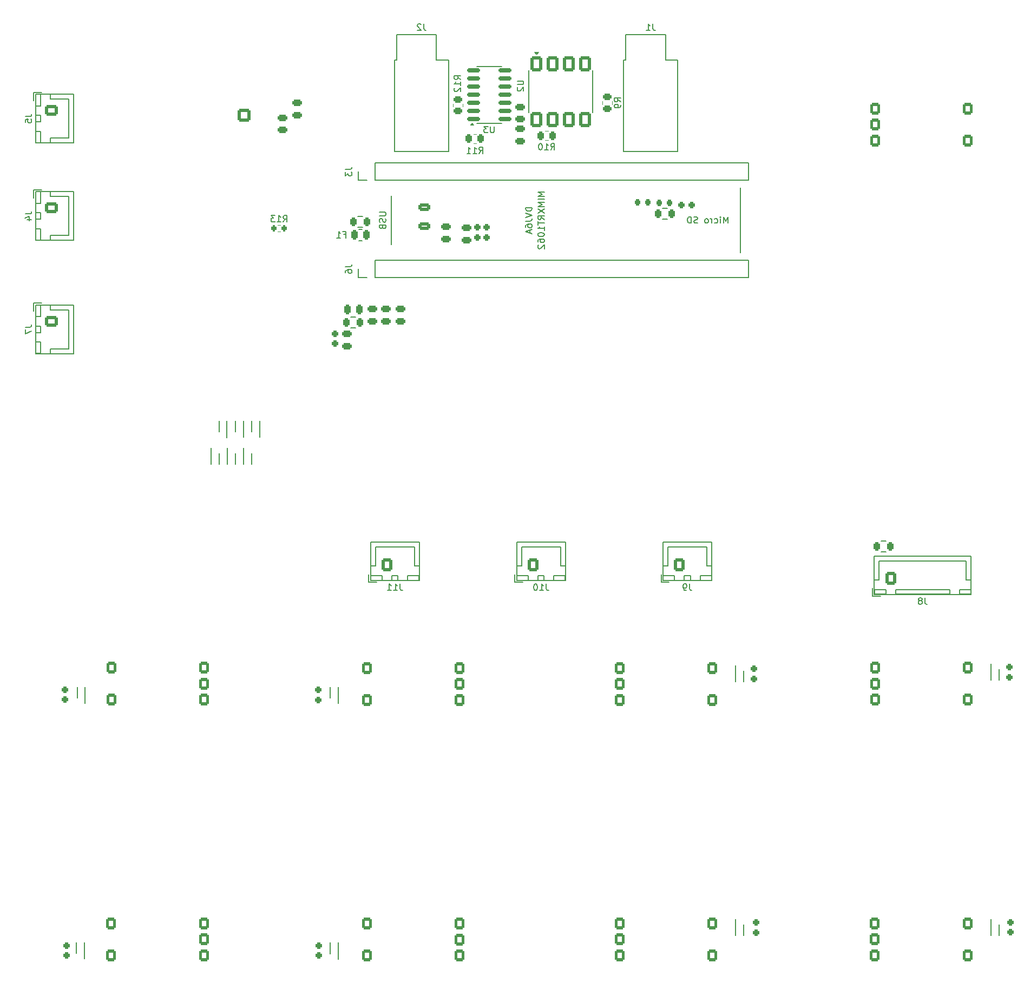
<source format=gbr>
%TF.GenerationSoftware,KiCad,Pcbnew,9.0.3*%
%TF.CreationDate,2025-09-04T08:55:29+02:00*%
%TF.ProjectId,midi_controller,6d696469-5f63-46f6-9e74-726f6c6c6572,rev?*%
%TF.SameCoordinates,Original*%
%TF.FileFunction,Legend,Bot*%
%TF.FilePolarity,Positive*%
%FSLAX46Y46*%
G04 Gerber Fmt 4.6, Leading zero omitted, Abs format (unit mm)*
G04 Created by KiCad (PCBNEW 9.0.3) date 2025-09-04 08:55:29*
%MOMM*%
%LPD*%
G01*
G04 APERTURE LIST*
G04 Aperture macros list*
%AMRoundRect*
0 Rectangle with rounded corners*
0 $1 Rounding radius*
0 $2 $3 $4 $5 $6 $7 $8 $9 X,Y pos of 4 corners*
0 Add a 4 corners polygon primitive as box body*
4,1,4,$2,$3,$4,$5,$6,$7,$8,$9,$2,$3,0*
0 Add four circle primitives for the rounded corners*
1,1,$1+$1,$2,$3*
1,1,$1+$1,$4,$5*
1,1,$1+$1,$6,$7*
1,1,$1+$1,$8,$9*
0 Add four rect primitives between the rounded corners*
20,1,$1+$1,$2,$3,$4,$5,0*
20,1,$1+$1,$4,$5,$6,$7,0*
20,1,$1+$1,$6,$7,$8,$9,0*
20,1,$1+$1,$8,$9,$2,$3,0*%
G04 Aperture macros list end*
%ADD10C,0.160000*%
%ADD11C,0.200000*%
%ADD12C,0.120000*%
%ADD13RoundRect,0.250000X-0.750000X0.750000X-0.750000X-0.750000X0.750000X-0.750000X0.750000X0.750000X0*%
%ADD14C,2.000000*%
%ADD15RoundRect,0.225000X0.525000X-0.675000X0.525000X0.675000X-0.525000X0.675000X-0.525000X-0.675000X0*%
%ADD16RoundRect,0.225000X-0.525000X0.675000X-0.525000X-0.675000X0.525000X-0.675000X0.525000X0.675000X0*%
%ADD17R,0.500000X1.100000*%
%ADD18RoundRect,0.250000X-0.600000X-0.725000X0.600000X-0.725000X0.600000X0.725000X-0.600000X0.725000X0*%
%ADD19O,1.700000X1.950000*%
%ADD20RoundRect,0.269000X-0.494000X0.269000X-0.494000X-0.269000X0.494000X-0.269000X0.494000X0.269000X0*%
%ADD21RoundRect,0.250000X0.262500X0.450000X-0.262500X0.450000X-0.262500X-0.450000X0.262500X-0.450000X0*%
%ADD22RoundRect,0.250000X-0.250000X-0.450000X0.250000X-0.450000X0.250000X0.450000X-0.250000X0.450000X0*%
%ADD23RoundRect,0.269000X0.269000X0.494000X-0.269000X0.494000X-0.269000X-0.494000X0.269000X-0.494000X0*%
%ADD24RoundRect,0.250000X-0.600000X-0.750000X0.600000X-0.750000X0.600000X0.750000X-0.600000X0.750000X0*%
%ADD25O,1.700000X2.000000*%
%ADD26RoundRect,0.269000X0.494000X-0.269000X0.494000X0.269000X-0.494000X0.269000X-0.494000X-0.269000X0*%
%ADD27RoundRect,0.250000X0.250000X0.450000X-0.250000X0.450000X-0.250000X-0.450000X0.250000X-0.450000X0*%
%ADD28RoundRect,0.244000X-0.269000X0.244000X-0.269000X-0.244000X0.269000X-0.244000X0.269000X0.244000X0*%
%ADD29RoundRect,0.244000X0.269000X-0.244000X0.269000X0.244000X-0.269000X0.244000X-0.269000X-0.244000X0*%
%ADD30RoundRect,0.219000X-0.219000X-0.294000X0.219000X-0.294000X0.219000X0.294000X-0.219000X0.294000X0*%
%ADD31RoundRect,0.250000X-0.750000X0.600000X-0.750000X-0.600000X0.750000X-0.600000X0.750000X0.600000X0*%
%ADD32O,2.000000X1.700000*%
%ADD33RoundRect,0.150000X-0.825000X-0.150000X0.825000X-0.150000X0.825000X0.150000X-0.825000X0.150000X0*%
%ADD34RoundRect,0.250000X-0.675000X0.900000X-0.675000X-0.900000X0.675000X-0.900000X0.675000X0.900000X0*%
%ADD35R,1.700000X1.700000*%
%ADD36C,1.700000*%
%ADD37RoundRect,0.266521X0.671479X-0.346479X0.671479X0.346479X-0.671479X0.346479X-0.671479X-0.346479X0*%
%ADD38O,2.900000X1.800000*%
%ADD39RoundRect,0.219000X0.219000X0.294000X-0.219000X0.294000X-0.219000X-0.294000X0.219000X-0.294000X0*%
%ADD40RoundRect,0.275000X0.275000X0.500000X-0.275000X0.500000X-0.275000X-0.500000X0.275000X-0.500000X0*%
%ADD41RoundRect,0.250000X0.450000X-0.262500X0.450000X0.262500X-0.450000X0.262500X-0.450000X-0.262500X0*%
%ADD42RoundRect,0.244000X-0.244000X-0.269000X0.244000X-0.269000X0.244000X0.269000X-0.244000X0.269000X0*%
%ADD43RoundRect,0.200000X0.200000X0.275000X-0.200000X0.275000X-0.200000X-0.275000X0.200000X-0.275000X0*%
G04 APERTURE END LIST*
D10*
X220297337Y-166556384D02*
X220297337Y-167270669D01*
X220297337Y-167270669D02*
X220344956Y-167413526D01*
X220344956Y-167413526D02*
X220440194Y-167508765D01*
X220440194Y-167508765D02*
X220583051Y-167556384D01*
X220583051Y-167556384D02*
X220678289Y-167556384D01*
X219678289Y-166984955D02*
X219773527Y-166937336D01*
X219773527Y-166937336D02*
X219821146Y-166889717D01*
X219821146Y-166889717D02*
X219868765Y-166794479D01*
X219868765Y-166794479D02*
X219868765Y-166746860D01*
X219868765Y-166746860D02*
X219821146Y-166651622D01*
X219821146Y-166651622D02*
X219773527Y-166604003D01*
X219773527Y-166604003D02*
X219678289Y-166556384D01*
X219678289Y-166556384D02*
X219487813Y-166556384D01*
X219487813Y-166556384D02*
X219392575Y-166604003D01*
X219392575Y-166604003D02*
X219344956Y-166651622D01*
X219344956Y-166651622D02*
X219297337Y-166746860D01*
X219297337Y-166746860D02*
X219297337Y-166794479D01*
X219297337Y-166794479D02*
X219344956Y-166889717D01*
X219344956Y-166889717D02*
X219392575Y-166937336D01*
X219392575Y-166937336D02*
X219487813Y-166984955D01*
X219487813Y-166984955D02*
X219678289Y-166984955D01*
X219678289Y-166984955D02*
X219773527Y-167032574D01*
X219773527Y-167032574D02*
X219821146Y-167080193D01*
X219821146Y-167080193D02*
X219868765Y-167175431D01*
X219868765Y-167175431D02*
X219868765Y-167365907D01*
X219868765Y-167365907D02*
X219821146Y-167461145D01*
X219821146Y-167461145D02*
X219773527Y-167508765D01*
X219773527Y-167508765D02*
X219678289Y-167556384D01*
X219678289Y-167556384D02*
X219487813Y-167556384D01*
X219487813Y-167556384D02*
X219392575Y-167508765D01*
X219392575Y-167508765D02*
X219344956Y-167461145D01*
X219344956Y-167461145D02*
X219297337Y-167365907D01*
X219297337Y-167365907D02*
X219297337Y-167175431D01*
X219297337Y-167175431D02*
X219344956Y-167080193D01*
X219344956Y-167080193D02*
X219392575Y-167032574D01*
X219392575Y-167032574D02*
X219487813Y-166984955D01*
X134996822Y-106202200D02*
X135806345Y-106202200D01*
X135806345Y-106202200D02*
X135901583Y-106249819D01*
X135901583Y-106249819D02*
X135949203Y-106297438D01*
X135949203Y-106297438D02*
X135996822Y-106392676D01*
X135996822Y-106392676D02*
X135996822Y-106583152D01*
X135996822Y-106583152D02*
X135949203Y-106678390D01*
X135949203Y-106678390D02*
X135901583Y-106726009D01*
X135901583Y-106726009D02*
X135806345Y-106773628D01*
X135806345Y-106773628D02*
X134996822Y-106773628D01*
X135949203Y-107202200D02*
X135996822Y-107345057D01*
X135996822Y-107345057D02*
X135996822Y-107583152D01*
X135996822Y-107583152D02*
X135949203Y-107678390D01*
X135949203Y-107678390D02*
X135901583Y-107726009D01*
X135901583Y-107726009D02*
X135806345Y-107773628D01*
X135806345Y-107773628D02*
X135711107Y-107773628D01*
X135711107Y-107773628D02*
X135615869Y-107726009D01*
X135615869Y-107726009D02*
X135568250Y-107678390D01*
X135568250Y-107678390D02*
X135520631Y-107583152D01*
X135520631Y-107583152D02*
X135473012Y-107392676D01*
X135473012Y-107392676D02*
X135425393Y-107297438D01*
X135425393Y-107297438D02*
X135377774Y-107249819D01*
X135377774Y-107249819D02*
X135282536Y-107202200D01*
X135282536Y-107202200D02*
X135187298Y-107202200D01*
X135187298Y-107202200D02*
X135092060Y-107249819D01*
X135092060Y-107249819D02*
X135044441Y-107297438D01*
X135044441Y-107297438D02*
X134996822Y-107392676D01*
X134996822Y-107392676D02*
X134996822Y-107630771D01*
X134996822Y-107630771D02*
X135044441Y-107773628D01*
X135473012Y-108535533D02*
X135520631Y-108678390D01*
X135520631Y-108678390D02*
X135568250Y-108726009D01*
X135568250Y-108726009D02*
X135663488Y-108773628D01*
X135663488Y-108773628D02*
X135806345Y-108773628D01*
X135806345Y-108773628D02*
X135901583Y-108726009D01*
X135901583Y-108726009D02*
X135949203Y-108678390D01*
X135949203Y-108678390D02*
X135996822Y-108583152D01*
X135996822Y-108583152D02*
X135996822Y-108202200D01*
X135996822Y-108202200D02*
X134996822Y-108202200D01*
X134996822Y-108202200D02*
X134996822Y-108535533D01*
X134996822Y-108535533D02*
X135044441Y-108630771D01*
X135044441Y-108630771D02*
X135092060Y-108678390D01*
X135092060Y-108678390D02*
X135187298Y-108726009D01*
X135187298Y-108726009D02*
X135282536Y-108726009D01*
X135282536Y-108726009D02*
X135377774Y-108678390D01*
X135377774Y-108678390D02*
X135425393Y-108630771D01*
X135425393Y-108630771D02*
X135473012Y-108535533D01*
X135473012Y-108535533D02*
X135473012Y-108202200D01*
X160766822Y-103059343D02*
X159766822Y-103059343D01*
X159766822Y-103059343D02*
X160481107Y-103392676D01*
X160481107Y-103392676D02*
X159766822Y-103726009D01*
X159766822Y-103726009D02*
X160766822Y-103726009D01*
X160766822Y-104202200D02*
X159766822Y-104202200D01*
X160766822Y-104678390D02*
X159766822Y-104678390D01*
X159766822Y-104678390D02*
X160481107Y-105011723D01*
X160481107Y-105011723D02*
X159766822Y-105345056D01*
X159766822Y-105345056D02*
X160766822Y-105345056D01*
X159766822Y-105726009D02*
X160766822Y-106392675D01*
X159766822Y-106392675D02*
X160766822Y-105726009D01*
X160766822Y-107345056D02*
X160290631Y-107011723D01*
X160766822Y-106773628D02*
X159766822Y-106773628D01*
X159766822Y-106773628D02*
X159766822Y-107154580D01*
X159766822Y-107154580D02*
X159814441Y-107249818D01*
X159814441Y-107249818D02*
X159862060Y-107297437D01*
X159862060Y-107297437D02*
X159957298Y-107345056D01*
X159957298Y-107345056D02*
X160100155Y-107345056D01*
X160100155Y-107345056D02*
X160195393Y-107297437D01*
X160195393Y-107297437D02*
X160243012Y-107249818D01*
X160243012Y-107249818D02*
X160290631Y-107154580D01*
X160290631Y-107154580D02*
X160290631Y-106773628D01*
X159766822Y-107630771D02*
X159766822Y-108202199D01*
X160766822Y-107916485D02*
X159766822Y-107916485D01*
X160766822Y-109059342D02*
X160766822Y-108487914D01*
X160766822Y-108773628D02*
X159766822Y-108773628D01*
X159766822Y-108773628D02*
X159909679Y-108678390D01*
X159909679Y-108678390D02*
X160004917Y-108583152D01*
X160004917Y-108583152D02*
X160052536Y-108487914D01*
X159766822Y-109678390D02*
X159766822Y-109773628D01*
X159766822Y-109773628D02*
X159814441Y-109868866D01*
X159814441Y-109868866D02*
X159862060Y-109916485D01*
X159862060Y-109916485D02*
X159957298Y-109964104D01*
X159957298Y-109964104D02*
X160147774Y-110011723D01*
X160147774Y-110011723D02*
X160385869Y-110011723D01*
X160385869Y-110011723D02*
X160576345Y-109964104D01*
X160576345Y-109964104D02*
X160671583Y-109916485D01*
X160671583Y-109916485D02*
X160719203Y-109868866D01*
X160719203Y-109868866D02*
X160766822Y-109773628D01*
X160766822Y-109773628D02*
X160766822Y-109678390D01*
X160766822Y-109678390D02*
X160719203Y-109583152D01*
X160719203Y-109583152D02*
X160671583Y-109535533D01*
X160671583Y-109535533D02*
X160576345Y-109487914D01*
X160576345Y-109487914D02*
X160385869Y-109440295D01*
X160385869Y-109440295D02*
X160147774Y-109440295D01*
X160147774Y-109440295D02*
X159957298Y-109487914D01*
X159957298Y-109487914D02*
X159862060Y-109535533D01*
X159862060Y-109535533D02*
X159814441Y-109583152D01*
X159814441Y-109583152D02*
X159766822Y-109678390D01*
X159766822Y-110868866D02*
X159766822Y-110678390D01*
X159766822Y-110678390D02*
X159814441Y-110583152D01*
X159814441Y-110583152D02*
X159862060Y-110535533D01*
X159862060Y-110535533D02*
X160004917Y-110440295D01*
X160004917Y-110440295D02*
X160195393Y-110392676D01*
X160195393Y-110392676D02*
X160576345Y-110392676D01*
X160576345Y-110392676D02*
X160671583Y-110440295D01*
X160671583Y-110440295D02*
X160719203Y-110487914D01*
X160719203Y-110487914D02*
X160766822Y-110583152D01*
X160766822Y-110583152D02*
X160766822Y-110773628D01*
X160766822Y-110773628D02*
X160719203Y-110868866D01*
X160719203Y-110868866D02*
X160671583Y-110916485D01*
X160671583Y-110916485D02*
X160576345Y-110964104D01*
X160576345Y-110964104D02*
X160338250Y-110964104D01*
X160338250Y-110964104D02*
X160243012Y-110916485D01*
X160243012Y-110916485D02*
X160195393Y-110868866D01*
X160195393Y-110868866D02*
X160147774Y-110773628D01*
X160147774Y-110773628D02*
X160147774Y-110583152D01*
X160147774Y-110583152D02*
X160195393Y-110487914D01*
X160195393Y-110487914D02*
X160243012Y-110440295D01*
X160243012Y-110440295D02*
X160338250Y-110392676D01*
X159862060Y-111345057D02*
X159814441Y-111392676D01*
X159814441Y-111392676D02*
X159766822Y-111487914D01*
X159766822Y-111487914D02*
X159766822Y-111726009D01*
X159766822Y-111726009D02*
X159814441Y-111821247D01*
X159814441Y-111821247D02*
X159862060Y-111868866D01*
X159862060Y-111868866D02*
X159957298Y-111916485D01*
X159957298Y-111916485D02*
X160052536Y-111916485D01*
X160052536Y-111916485D02*
X160195393Y-111868866D01*
X160195393Y-111868866D02*
X160766822Y-111297438D01*
X160766822Y-111297438D02*
X160766822Y-111916485D01*
X158836822Y-105487914D02*
X157836822Y-105487914D01*
X157836822Y-105487914D02*
X157836822Y-105726009D01*
X157836822Y-105726009D02*
X157884441Y-105868866D01*
X157884441Y-105868866D02*
X157979679Y-105964104D01*
X157979679Y-105964104D02*
X158074917Y-106011723D01*
X158074917Y-106011723D02*
X158265393Y-106059342D01*
X158265393Y-106059342D02*
X158408250Y-106059342D01*
X158408250Y-106059342D02*
X158598726Y-106011723D01*
X158598726Y-106011723D02*
X158693964Y-105964104D01*
X158693964Y-105964104D02*
X158789203Y-105868866D01*
X158789203Y-105868866D02*
X158836822Y-105726009D01*
X158836822Y-105726009D02*
X158836822Y-105487914D01*
X157836822Y-106345057D02*
X158836822Y-106678390D01*
X158836822Y-106678390D02*
X157836822Y-107011723D01*
X157836822Y-107630771D02*
X158551107Y-107630771D01*
X158551107Y-107630771D02*
X158693964Y-107583152D01*
X158693964Y-107583152D02*
X158789203Y-107487914D01*
X158789203Y-107487914D02*
X158836822Y-107345057D01*
X158836822Y-107345057D02*
X158836822Y-107249819D01*
X157836822Y-108535533D02*
X157836822Y-108345057D01*
X157836822Y-108345057D02*
X157884441Y-108249819D01*
X157884441Y-108249819D02*
X157932060Y-108202200D01*
X157932060Y-108202200D02*
X158074917Y-108106962D01*
X158074917Y-108106962D02*
X158265393Y-108059343D01*
X158265393Y-108059343D02*
X158646345Y-108059343D01*
X158646345Y-108059343D02*
X158741583Y-108106962D01*
X158741583Y-108106962D02*
X158789203Y-108154581D01*
X158789203Y-108154581D02*
X158836822Y-108249819D01*
X158836822Y-108249819D02*
X158836822Y-108440295D01*
X158836822Y-108440295D02*
X158789203Y-108535533D01*
X158789203Y-108535533D02*
X158741583Y-108583152D01*
X158741583Y-108583152D02*
X158646345Y-108630771D01*
X158646345Y-108630771D02*
X158408250Y-108630771D01*
X158408250Y-108630771D02*
X158313012Y-108583152D01*
X158313012Y-108583152D02*
X158265393Y-108535533D01*
X158265393Y-108535533D02*
X158217774Y-108440295D01*
X158217774Y-108440295D02*
X158217774Y-108249819D01*
X158217774Y-108249819D02*
X158265393Y-108154581D01*
X158265393Y-108154581D02*
X158313012Y-108106962D01*
X158313012Y-108106962D02*
X158408250Y-108059343D01*
X158551107Y-109011724D02*
X158551107Y-109487914D01*
X158836822Y-108916486D02*
X157836822Y-109249819D01*
X157836822Y-109249819D02*
X158836822Y-109583152D01*
X189461570Y-107918404D02*
X189461570Y-106918404D01*
X189461570Y-106918404D02*
X189128237Y-107632689D01*
X189128237Y-107632689D02*
X188794904Y-106918404D01*
X188794904Y-106918404D02*
X188794904Y-107918404D01*
X188318713Y-107918404D02*
X188318713Y-107251737D01*
X188318713Y-106918404D02*
X188366332Y-106966023D01*
X188366332Y-106966023D02*
X188318713Y-107013642D01*
X188318713Y-107013642D02*
X188271094Y-106966023D01*
X188271094Y-106966023D02*
X188318713Y-106918404D01*
X188318713Y-106918404D02*
X188318713Y-107013642D01*
X187413952Y-107870785D02*
X187509190Y-107918404D01*
X187509190Y-107918404D02*
X187699666Y-107918404D01*
X187699666Y-107918404D02*
X187794904Y-107870785D01*
X187794904Y-107870785D02*
X187842523Y-107823165D01*
X187842523Y-107823165D02*
X187890142Y-107727927D01*
X187890142Y-107727927D02*
X187890142Y-107442213D01*
X187890142Y-107442213D02*
X187842523Y-107346975D01*
X187842523Y-107346975D02*
X187794904Y-107299356D01*
X187794904Y-107299356D02*
X187699666Y-107251737D01*
X187699666Y-107251737D02*
X187509190Y-107251737D01*
X187509190Y-107251737D02*
X187413952Y-107299356D01*
X186985380Y-107918404D02*
X186985380Y-107251737D01*
X186985380Y-107442213D02*
X186937761Y-107346975D01*
X186937761Y-107346975D02*
X186890142Y-107299356D01*
X186890142Y-107299356D02*
X186794904Y-107251737D01*
X186794904Y-107251737D02*
X186699666Y-107251737D01*
X186223475Y-107918404D02*
X186318713Y-107870785D01*
X186318713Y-107870785D02*
X186366332Y-107823165D01*
X186366332Y-107823165D02*
X186413951Y-107727927D01*
X186413951Y-107727927D02*
X186413951Y-107442213D01*
X186413951Y-107442213D02*
X186366332Y-107346975D01*
X186366332Y-107346975D02*
X186318713Y-107299356D01*
X186318713Y-107299356D02*
X186223475Y-107251737D01*
X186223475Y-107251737D02*
X186080618Y-107251737D01*
X186080618Y-107251737D02*
X185985380Y-107299356D01*
X185985380Y-107299356D02*
X185937761Y-107346975D01*
X185937761Y-107346975D02*
X185890142Y-107442213D01*
X185890142Y-107442213D02*
X185890142Y-107727927D01*
X185890142Y-107727927D02*
X185937761Y-107823165D01*
X185937761Y-107823165D02*
X185985380Y-107870785D01*
X185985380Y-107870785D02*
X186080618Y-107918404D01*
X186080618Y-107918404D02*
X186223475Y-107918404D01*
X184747284Y-107870785D02*
X184604427Y-107918404D01*
X184604427Y-107918404D02*
X184366332Y-107918404D01*
X184366332Y-107918404D02*
X184271094Y-107870785D01*
X184271094Y-107870785D02*
X184223475Y-107823165D01*
X184223475Y-107823165D02*
X184175856Y-107727927D01*
X184175856Y-107727927D02*
X184175856Y-107632689D01*
X184175856Y-107632689D02*
X184223475Y-107537451D01*
X184223475Y-107537451D02*
X184271094Y-107489832D01*
X184271094Y-107489832D02*
X184366332Y-107442213D01*
X184366332Y-107442213D02*
X184556808Y-107394594D01*
X184556808Y-107394594D02*
X184652046Y-107346975D01*
X184652046Y-107346975D02*
X184699665Y-107299356D01*
X184699665Y-107299356D02*
X184747284Y-107204118D01*
X184747284Y-107204118D02*
X184747284Y-107108880D01*
X184747284Y-107108880D02*
X184699665Y-107013642D01*
X184699665Y-107013642D02*
X184652046Y-106966023D01*
X184652046Y-106966023D02*
X184556808Y-106918404D01*
X184556808Y-106918404D02*
X184318713Y-106918404D01*
X184318713Y-106918404D02*
X184175856Y-106966023D01*
X183747284Y-107918404D02*
X183747284Y-106918404D01*
X183747284Y-106918404D02*
X183509189Y-106918404D01*
X183509189Y-106918404D02*
X183366332Y-106966023D01*
X183366332Y-106966023D02*
X183271094Y-107061261D01*
X183271094Y-107061261D02*
X183223475Y-107156499D01*
X183223475Y-107156499D02*
X183175856Y-107346975D01*
X183175856Y-107346975D02*
X183175856Y-107489832D01*
X183175856Y-107489832D02*
X183223475Y-107680308D01*
X183223475Y-107680308D02*
X183271094Y-107775546D01*
X183271094Y-107775546D02*
X183366332Y-107870785D01*
X183366332Y-107870785D02*
X183509189Y-107918404D01*
X183509189Y-107918404D02*
X183747284Y-107918404D01*
X161778204Y-96462065D02*
X162111537Y-95985874D01*
X162349632Y-96462065D02*
X162349632Y-95462065D01*
X162349632Y-95462065D02*
X161968680Y-95462065D01*
X161968680Y-95462065D02*
X161873442Y-95509684D01*
X161873442Y-95509684D02*
X161825823Y-95557303D01*
X161825823Y-95557303D02*
X161778204Y-95652541D01*
X161778204Y-95652541D02*
X161778204Y-95795398D01*
X161778204Y-95795398D02*
X161825823Y-95890636D01*
X161825823Y-95890636D02*
X161873442Y-95938255D01*
X161873442Y-95938255D02*
X161968680Y-95985874D01*
X161968680Y-95985874D02*
X162349632Y-95985874D01*
X160825823Y-96462065D02*
X161397251Y-96462065D01*
X161111537Y-96462065D02*
X161111537Y-95462065D01*
X161111537Y-95462065D02*
X161206775Y-95604922D01*
X161206775Y-95604922D02*
X161302013Y-95700160D01*
X161302013Y-95700160D02*
X161397251Y-95747779D01*
X160206775Y-95462065D02*
X160111537Y-95462065D01*
X160111537Y-95462065D02*
X160016299Y-95509684D01*
X160016299Y-95509684D02*
X159968680Y-95557303D01*
X159968680Y-95557303D02*
X159921061Y-95652541D01*
X159921061Y-95652541D02*
X159873442Y-95843017D01*
X159873442Y-95843017D02*
X159873442Y-96081112D01*
X159873442Y-96081112D02*
X159921061Y-96271588D01*
X159921061Y-96271588D02*
X159968680Y-96366826D01*
X159968680Y-96366826D02*
X160016299Y-96414446D01*
X160016299Y-96414446D02*
X160111537Y-96462065D01*
X160111537Y-96462065D02*
X160206775Y-96462065D01*
X160206775Y-96462065D02*
X160302013Y-96414446D01*
X160302013Y-96414446D02*
X160349632Y-96366826D01*
X160349632Y-96366826D02*
X160397251Y-96271588D01*
X160397251Y-96271588D02*
X160444870Y-96081112D01*
X160444870Y-96081112D02*
X160444870Y-95843017D01*
X160444870Y-95843017D02*
X160397251Y-95652541D01*
X160397251Y-95652541D02*
X160349632Y-95557303D01*
X160349632Y-95557303D02*
X160302013Y-95509684D01*
X160302013Y-95509684D02*
X160206775Y-95462065D01*
X161063527Y-164396384D02*
X161063527Y-165110669D01*
X161063527Y-165110669D02*
X161111146Y-165253526D01*
X161111146Y-165253526D02*
X161206384Y-165348765D01*
X161206384Y-165348765D02*
X161349241Y-165396384D01*
X161349241Y-165396384D02*
X161444479Y-165396384D01*
X160063527Y-165396384D02*
X160634955Y-165396384D01*
X160349241Y-165396384D02*
X160349241Y-164396384D01*
X160349241Y-164396384D02*
X160444479Y-164539241D01*
X160444479Y-164539241D02*
X160539717Y-164634479D01*
X160539717Y-164634479D02*
X160634955Y-164682098D01*
X159444479Y-164396384D02*
X159349241Y-164396384D01*
X159349241Y-164396384D02*
X159254003Y-164444003D01*
X159254003Y-164444003D02*
X159206384Y-164491622D01*
X159206384Y-164491622D02*
X159158765Y-164586860D01*
X159158765Y-164586860D02*
X159111146Y-164777336D01*
X159111146Y-164777336D02*
X159111146Y-165015431D01*
X159111146Y-165015431D02*
X159158765Y-165205907D01*
X159158765Y-165205907D02*
X159206384Y-165301145D01*
X159206384Y-165301145D02*
X159254003Y-165348765D01*
X159254003Y-165348765D02*
X159349241Y-165396384D01*
X159349241Y-165396384D02*
X159444479Y-165396384D01*
X159444479Y-165396384D02*
X159539717Y-165348765D01*
X159539717Y-165348765D02*
X159587336Y-165301145D01*
X159587336Y-165301145D02*
X159634955Y-165205907D01*
X159634955Y-165205907D02*
X159682574Y-165015431D01*
X159682574Y-165015431D02*
X159682574Y-164777336D01*
X159682574Y-164777336D02*
X159634955Y-164586860D01*
X159634955Y-164586860D02*
X159587336Y-164491622D01*
X159587336Y-164491622D02*
X159539717Y-164444003D01*
X159539717Y-164444003D02*
X159444479Y-164396384D01*
X79569345Y-106468751D02*
X80283630Y-106468751D01*
X80283630Y-106468751D02*
X80426487Y-106421132D01*
X80426487Y-106421132D02*
X80521726Y-106325894D01*
X80521726Y-106325894D02*
X80569345Y-106183037D01*
X80569345Y-106183037D02*
X80569345Y-106087799D01*
X79902678Y-107373513D02*
X80569345Y-107373513D01*
X79521726Y-107135418D02*
X80236011Y-106897323D01*
X80236011Y-106897323D02*
X80236011Y-107516370D01*
X152917251Y-92778298D02*
X152917251Y-93587821D01*
X152917251Y-93587821D02*
X152869632Y-93683059D01*
X152869632Y-93683059D02*
X152822013Y-93730679D01*
X152822013Y-93730679D02*
X152726775Y-93778298D01*
X152726775Y-93778298D02*
X152536299Y-93778298D01*
X152536299Y-93778298D02*
X152441061Y-93730679D01*
X152441061Y-93730679D02*
X152393442Y-93683059D01*
X152393442Y-93683059D02*
X152345823Y-93587821D01*
X152345823Y-93587821D02*
X152345823Y-92778298D01*
X151964870Y-92778298D02*
X151345823Y-92778298D01*
X151345823Y-92778298D02*
X151679156Y-93159250D01*
X151679156Y-93159250D02*
X151536299Y-93159250D01*
X151536299Y-93159250D02*
X151441061Y-93206869D01*
X151441061Y-93206869D02*
X151393442Y-93254488D01*
X151393442Y-93254488D02*
X151345823Y-93349726D01*
X151345823Y-93349726D02*
X151345823Y-93587821D01*
X151345823Y-93587821D02*
X151393442Y-93683059D01*
X151393442Y-93683059D02*
X151441061Y-93730679D01*
X151441061Y-93730679D02*
X151536299Y-93778298D01*
X151536299Y-93778298D02*
X151822013Y-93778298D01*
X151822013Y-93778298D02*
X151917251Y-93730679D01*
X151917251Y-93730679D02*
X151964870Y-93683059D01*
X156539646Y-85662094D02*
X157349169Y-85662094D01*
X157349169Y-85662094D02*
X157444407Y-85709713D01*
X157444407Y-85709713D02*
X157492027Y-85757332D01*
X157492027Y-85757332D02*
X157539646Y-85852570D01*
X157539646Y-85852570D02*
X157539646Y-86043046D01*
X157539646Y-86043046D02*
X157492027Y-86138284D01*
X157492027Y-86138284D02*
X157444407Y-86185903D01*
X157444407Y-86185903D02*
X157349169Y-86233522D01*
X157349169Y-86233522D02*
X156539646Y-86233522D01*
X156634884Y-86662094D02*
X156587265Y-86709713D01*
X156587265Y-86709713D02*
X156539646Y-86804951D01*
X156539646Y-86804951D02*
X156539646Y-87043046D01*
X156539646Y-87043046D02*
X156587265Y-87138284D01*
X156587265Y-87138284D02*
X156634884Y-87185903D01*
X156634884Y-87185903D02*
X156730122Y-87233522D01*
X156730122Y-87233522D02*
X156825360Y-87233522D01*
X156825360Y-87233522D02*
X156968217Y-87185903D01*
X156968217Y-87185903D02*
X157539646Y-86614475D01*
X157539646Y-86614475D02*
X157539646Y-87233522D01*
X129684303Y-99508751D02*
X130398588Y-99508751D01*
X130398588Y-99508751D02*
X130541445Y-99461132D01*
X130541445Y-99461132D02*
X130636684Y-99365894D01*
X130636684Y-99365894D02*
X130684303Y-99223037D01*
X130684303Y-99223037D02*
X130684303Y-99127799D01*
X129684303Y-99889704D02*
X129684303Y-100508751D01*
X129684303Y-100508751D02*
X130065255Y-100175418D01*
X130065255Y-100175418D02*
X130065255Y-100318275D01*
X130065255Y-100318275D02*
X130112874Y-100413513D01*
X130112874Y-100413513D02*
X130160493Y-100461132D01*
X130160493Y-100461132D02*
X130255731Y-100508751D01*
X130255731Y-100508751D02*
X130493826Y-100508751D01*
X130493826Y-100508751D02*
X130589064Y-100461132D01*
X130589064Y-100461132D02*
X130636684Y-100413513D01*
X130636684Y-100413513D02*
X130684303Y-100318275D01*
X130684303Y-100318275D02*
X130684303Y-100032561D01*
X130684303Y-100032561D02*
X130636684Y-99937323D01*
X130636684Y-99937323D02*
X130589064Y-99889704D01*
X183487337Y-164396384D02*
X183487337Y-165110669D01*
X183487337Y-165110669D02*
X183534956Y-165253526D01*
X183534956Y-165253526D02*
X183630194Y-165348765D01*
X183630194Y-165348765D02*
X183773051Y-165396384D01*
X183773051Y-165396384D02*
X183868289Y-165396384D01*
X182963527Y-165396384D02*
X182773051Y-165396384D01*
X182773051Y-165396384D02*
X182677813Y-165348765D01*
X182677813Y-165348765D02*
X182630194Y-165301145D01*
X182630194Y-165301145D02*
X182534956Y-165158288D01*
X182534956Y-165158288D02*
X182487337Y-164967812D01*
X182487337Y-164967812D02*
X182487337Y-164586860D01*
X182487337Y-164586860D02*
X182534956Y-164491622D01*
X182534956Y-164491622D02*
X182582575Y-164444003D01*
X182582575Y-164444003D02*
X182677813Y-164396384D01*
X182677813Y-164396384D02*
X182868289Y-164396384D01*
X182868289Y-164396384D02*
X182963527Y-164444003D01*
X182963527Y-164444003D02*
X183011146Y-164491622D01*
X183011146Y-164491622D02*
X183058765Y-164586860D01*
X183058765Y-164586860D02*
X183058765Y-164824955D01*
X183058765Y-164824955D02*
X183011146Y-164920193D01*
X183011146Y-164920193D02*
X182963527Y-164967812D01*
X182963527Y-164967812D02*
X182868289Y-165015431D01*
X182868289Y-165015431D02*
X182677813Y-165015431D01*
X182677813Y-165015431D02*
X182582575Y-164967812D01*
X182582575Y-164967812D02*
X182534956Y-164920193D01*
X182534956Y-164920193D02*
X182487337Y-164824955D01*
X177748680Y-76758298D02*
X177748680Y-77472583D01*
X177748680Y-77472583D02*
X177796299Y-77615440D01*
X177796299Y-77615440D02*
X177891537Y-77710679D01*
X177891537Y-77710679D02*
X178034394Y-77758298D01*
X178034394Y-77758298D02*
X178129632Y-77758298D01*
X176748680Y-77758298D02*
X177320108Y-77758298D01*
X177034394Y-77758298D02*
X177034394Y-76758298D01*
X177034394Y-76758298D02*
X177129632Y-76901155D01*
X177129632Y-76901155D02*
X177224870Y-76996393D01*
X177224870Y-76996393D02*
X177320108Y-77044012D01*
X141918680Y-76758298D02*
X141918680Y-77472583D01*
X141918680Y-77472583D02*
X141966299Y-77615440D01*
X141966299Y-77615440D02*
X142061537Y-77710679D01*
X142061537Y-77710679D02*
X142204394Y-77758298D01*
X142204394Y-77758298D02*
X142299632Y-77758298D01*
X141490108Y-76853536D02*
X141442489Y-76805917D01*
X141442489Y-76805917D02*
X141347251Y-76758298D01*
X141347251Y-76758298D02*
X141109156Y-76758298D01*
X141109156Y-76758298D02*
X141013918Y-76805917D01*
X141013918Y-76805917D02*
X140966299Y-76853536D01*
X140966299Y-76853536D02*
X140918680Y-76948774D01*
X140918680Y-76948774D02*
X140918680Y-77044012D01*
X140918680Y-77044012D02*
X140966299Y-77186869D01*
X140966299Y-77186869D02*
X141537727Y-77758298D01*
X141537727Y-77758298D02*
X140918680Y-77758298D01*
X150568204Y-97022065D02*
X150901537Y-96545874D01*
X151139632Y-97022065D02*
X151139632Y-96022065D01*
X151139632Y-96022065D02*
X150758680Y-96022065D01*
X150758680Y-96022065D02*
X150663442Y-96069684D01*
X150663442Y-96069684D02*
X150615823Y-96117303D01*
X150615823Y-96117303D02*
X150568204Y-96212541D01*
X150568204Y-96212541D02*
X150568204Y-96355398D01*
X150568204Y-96355398D02*
X150615823Y-96450636D01*
X150615823Y-96450636D02*
X150663442Y-96498255D01*
X150663442Y-96498255D02*
X150758680Y-96545874D01*
X150758680Y-96545874D02*
X151139632Y-96545874D01*
X149615823Y-97022065D02*
X150187251Y-97022065D01*
X149901537Y-97022065D02*
X149901537Y-96022065D01*
X149901537Y-96022065D02*
X149996775Y-96164922D01*
X149996775Y-96164922D02*
X150092013Y-96260160D01*
X150092013Y-96260160D02*
X150187251Y-96307779D01*
X148663442Y-97022065D02*
X149234870Y-97022065D01*
X148949156Y-97022065D02*
X148949156Y-96022065D01*
X148949156Y-96022065D02*
X149044394Y-96164922D01*
X149044394Y-96164922D02*
X149139632Y-96260160D01*
X149139632Y-96260160D02*
X149234870Y-96307779D01*
X129376178Y-109692134D02*
X129709511Y-109692134D01*
X129709511Y-110215944D02*
X129709511Y-109215944D01*
X129709511Y-109215944D02*
X129233321Y-109215944D01*
X128328559Y-110215944D02*
X128899987Y-110215944D01*
X128614273Y-110215944D02*
X128614273Y-109215944D01*
X128614273Y-109215944D02*
X128709511Y-109358801D01*
X128709511Y-109358801D02*
X128804749Y-109454039D01*
X128804749Y-109454039D02*
X128899987Y-109501658D01*
X129684303Y-114748751D02*
X130398588Y-114748751D01*
X130398588Y-114748751D02*
X130541445Y-114701132D01*
X130541445Y-114701132D02*
X130636684Y-114605894D01*
X130636684Y-114605894D02*
X130684303Y-114463037D01*
X130684303Y-114463037D02*
X130684303Y-114367799D01*
X129684303Y-115653513D02*
X129684303Y-115463037D01*
X129684303Y-115463037D02*
X129731922Y-115367799D01*
X129731922Y-115367799D02*
X129779541Y-115320180D01*
X129779541Y-115320180D02*
X129922398Y-115224942D01*
X129922398Y-115224942D02*
X130112874Y-115177323D01*
X130112874Y-115177323D02*
X130493826Y-115177323D01*
X130493826Y-115177323D02*
X130589064Y-115224942D01*
X130589064Y-115224942D02*
X130636684Y-115272561D01*
X130636684Y-115272561D02*
X130684303Y-115367799D01*
X130684303Y-115367799D02*
X130684303Y-115558275D01*
X130684303Y-115558275D02*
X130636684Y-115653513D01*
X130636684Y-115653513D02*
X130589064Y-115701132D01*
X130589064Y-115701132D02*
X130493826Y-115748751D01*
X130493826Y-115748751D02*
X130255731Y-115748751D01*
X130255731Y-115748751D02*
X130160493Y-115701132D01*
X130160493Y-115701132D02*
X130112874Y-115653513D01*
X130112874Y-115653513D02*
X130065255Y-115558275D01*
X130065255Y-115558275D02*
X130065255Y-115367799D01*
X130065255Y-115367799D02*
X130112874Y-115272561D01*
X130112874Y-115272561D02*
X130160493Y-115224942D01*
X130160493Y-115224942D02*
X130255731Y-115177323D01*
X138203527Y-164396384D02*
X138203527Y-165110669D01*
X138203527Y-165110669D02*
X138251146Y-165253526D01*
X138251146Y-165253526D02*
X138346384Y-165348765D01*
X138346384Y-165348765D02*
X138489241Y-165396384D01*
X138489241Y-165396384D02*
X138584479Y-165396384D01*
X137203527Y-165396384D02*
X137774955Y-165396384D01*
X137489241Y-165396384D02*
X137489241Y-164396384D01*
X137489241Y-164396384D02*
X137584479Y-164539241D01*
X137584479Y-164539241D02*
X137679717Y-164634479D01*
X137679717Y-164634479D02*
X137774955Y-164682098D01*
X136251146Y-165396384D02*
X136822574Y-165396384D01*
X136536860Y-165396384D02*
X136536860Y-164396384D01*
X136536860Y-164396384D02*
X136632098Y-164539241D01*
X136632098Y-164539241D02*
X136727336Y-164634479D01*
X136727336Y-164634479D02*
X136822574Y-164682098D01*
X172719646Y-88937332D02*
X172243455Y-88603999D01*
X172719646Y-88365904D02*
X171719646Y-88365904D01*
X171719646Y-88365904D02*
X171719646Y-88746856D01*
X171719646Y-88746856D02*
X171767265Y-88842094D01*
X171767265Y-88842094D02*
X171814884Y-88889713D01*
X171814884Y-88889713D02*
X171910122Y-88937332D01*
X171910122Y-88937332D02*
X172052979Y-88937332D01*
X172052979Y-88937332D02*
X172148217Y-88889713D01*
X172148217Y-88889713D02*
X172195836Y-88842094D01*
X172195836Y-88842094D02*
X172243455Y-88746856D01*
X172243455Y-88746856D02*
X172243455Y-88365904D01*
X172719646Y-89413523D02*
X172719646Y-89603999D01*
X172719646Y-89603999D02*
X172672027Y-89699237D01*
X172672027Y-89699237D02*
X172624407Y-89746856D01*
X172624407Y-89746856D02*
X172481550Y-89842094D01*
X172481550Y-89842094D02*
X172291074Y-89889713D01*
X172291074Y-89889713D02*
X171910122Y-89889713D01*
X171910122Y-89889713D02*
X171814884Y-89842094D01*
X171814884Y-89842094D02*
X171767265Y-89794475D01*
X171767265Y-89794475D02*
X171719646Y-89699237D01*
X171719646Y-89699237D02*
X171719646Y-89508761D01*
X171719646Y-89508761D02*
X171767265Y-89413523D01*
X171767265Y-89413523D02*
X171814884Y-89365904D01*
X171814884Y-89365904D02*
X171910122Y-89318285D01*
X171910122Y-89318285D02*
X172148217Y-89318285D01*
X172148217Y-89318285D02*
X172243455Y-89365904D01*
X172243455Y-89365904D02*
X172291074Y-89413523D01*
X172291074Y-89413523D02*
X172338693Y-89508761D01*
X172338693Y-89508761D02*
X172338693Y-89699237D01*
X172338693Y-89699237D02*
X172291074Y-89794475D01*
X172291074Y-89794475D02*
X172243455Y-89842094D01*
X172243455Y-89842094D02*
X172148217Y-89889713D01*
X147689646Y-85434908D02*
X147213455Y-85101575D01*
X147689646Y-84863480D02*
X146689646Y-84863480D01*
X146689646Y-84863480D02*
X146689646Y-85244432D01*
X146689646Y-85244432D02*
X146737265Y-85339670D01*
X146737265Y-85339670D02*
X146784884Y-85387289D01*
X146784884Y-85387289D02*
X146880122Y-85434908D01*
X146880122Y-85434908D02*
X147022979Y-85434908D01*
X147022979Y-85434908D02*
X147118217Y-85387289D01*
X147118217Y-85387289D02*
X147165836Y-85339670D01*
X147165836Y-85339670D02*
X147213455Y-85244432D01*
X147213455Y-85244432D02*
X147213455Y-84863480D01*
X147689646Y-86387289D02*
X147689646Y-85815861D01*
X147689646Y-86101575D02*
X146689646Y-86101575D01*
X146689646Y-86101575D02*
X146832503Y-86006337D01*
X146832503Y-86006337D02*
X146927741Y-85911099D01*
X146927741Y-85911099D02*
X146975360Y-85815861D01*
X146784884Y-86768242D02*
X146737265Y-86815861D01*
X146737265Y-86815861D02*
X146689646Y-86911099D01*
X146689646Y-86911099D02*
X146689646Y-87149194D01*
X146689646Y-87149194D02*
X146737265Y-87244432D01*
X146737265Y-87244432D02*
X146784884Y-87292051D01*
X146784884Y-87292051D02*
X146880122Y-87339670D01*
X146880122Y-87339670D02*
X146975360Y-87339670D01*
X146975360Y-87339670D02*
X147118217Y-87292051D01*
X147118217Y-87292051D02*
X147689646Y-86720623D01*
X147689646Y-86720623D02*
X147689646Y-87339670D01*
X119932204Y-107736298D02*
X120265537Y-107260107D01*
X120503632Y-107736298D02*
X120503632Y-106736298D01*
X120503632Y-106736298D02*
X120122680Y-106736298D01*
X120122680Y-106736298D02*
X120027442Y-106783917D01*
X120027442Y-106783917D02*
X119979823Y-106831536D01*
X119979823Y-106831536D02*
X119932204Y-106926774D01*
X119932204Y-106926774D02*
X119932204Y-107069631D01*
X119932204Y-107069631D02*
X119979823Y-107164869D01*
X119979823Y-107164869D02*
X120027442Y-107212488D01*
X120027442Y-107212488D02*
X120122680Y-107260107D01*
X120122680Y-107260107D02*
X120503632Y-107260107D01*
X118979823Y-107736298D02*
X119551251Y-107736298D01*
X119265537Y-107736298D02*
X119265537Y-106736298D01*
X119265537Y-106736298D02*
X119360775Y-106879155D01*
X119360775Y-106879155D02*
X119456013Y-106974393D01*
X119456013Y-106974393D02*
X119551251Y-107022012D01*
X118646489Y-106736298D02*
X118027442Y-106736298D01*
X118027442Y-106736298D02*
X118360775Y-107117250D01*
X118360775Y-107117250D02*
X118217918Y-107117250D01*
X118217918Y-107117250D02*
X118122680Y-107164869D01*
X118122680Y-107164869D02*
X118075061Y-107212488D01*
X118075061Y-107212488D02*
X118027442Y-107307726D01*
X118027442Y-107307726D02*
X118027442Y-107545821D01*
X118027442Y-107545821D02*
X118075061Y-107641059D01*
X118075061Y-107641059D02*
X118122680Y-107688679D01*
X118122680Y-107688679D02*
X118217918Y-107736298D01*
X118217918Y-107736298D02*
X118503632Y-107736298D01*
X118503632Y-107736298D02*
X118598870Y-107688679D01*
X118598870Y-107688679D02*
X118646489Y-107641059D01*
X79569345Y-124198751D02*
X80283630Y-124198751D01*
X80283630Y-124198751D02*
X80426487Y-124151132D01*
X80426487Y-124151132D02*
X80521726Y-124055894D01*
X80521726Y-124055894D02*
X80569345Y-123913037D01*
X80569345Y-123913037D02*
X80569345Y-123817799D01*
X79569345Y-124579704D02*
X79569345Y-125246370D01*
X79569345Y-125246370D02*
X80569345Y-124817799D01*
X79569345Y-91228751D02*
X80283630Y-91228751D01*
X80283630Y-91228751D02*
X80426487Y-91181132D01*
X80426487Y-91181132D02*
X80521726Y-91085894D01*
X80521726Y-91085894D02*
X80569345Y-90943037D01*
X80569345Y-90943037D02*
X80569345Y-90847799D01*
X79569345Y-92181132D02*
X79569345Y-91704942D01*
X79569345Y-91704942D02*
X80045535Y-91657323D01*
X80045535Y-91657323D02*
X79997916Y-91704942D01*
X79997916Y-91704942D02*
X79950297Y-91800180D01*
X79950297Y-91800180D02*
X79950297Y-92038275D01*
X79950297Y-92038275D02*
X79997916Y-92133513D01*
X79997916Y-92133513D02*
X80045535Y-92181132D01*
X80045535Y-92181132D02*
X80140773Y-92228751D01*
X80140773Y-92228751D02*
X80378868Y-92228751D01*
X80378868Y-92228751D02*
X80474106Y-92181132D01*
X80474106Y-92181132D02*
X80521726Y-92133513D01*
X80521726Y-92133513D02*
X80569345Y-92038275D01*
X80569345Y-92038275D02*
X80569345Y-91800180D01*
X80569345Y-91800180D02*
X80521726Y-91704942D01*
X80521726Y-91704942D02*
X80474106Y-91657323D01*
D11*
%TO.C,D35*%
X190669689Y-216830249D02*
X190669689Y-219380249D01*
X191919689Y-217680249D02*
X191919689Y-219380249D01*
D10*
%TO.C,J8*%
X212114004Y-166302085D02*
X212114004Y-165052085D01*
X212404004Y-160042085D02*
X227524004Y-160042085D01*
X212404004Y-166012085D02*
X212404004Y-160042085D01*
X212414004Y-163752085D02*
X213164004Y-163752085D01*
X212414004Y-165252085D02*
X214214004Y-165252085D01*
X212414004Y-166002085D02*
X212414004Y-165252085D01*
X213164004Y-160802085D02*
X219964004Y-160802085D01*
X213164004Y-163752085D02*
X213164004Y-160802085D01*
X213364004Y-166302085D02*
X212114004Y-166302085D01*
X214214004Y-165252085D02*
X214214004Y-166002085D01*
X214214004Y-166002085D02*
X212414004Y-166002085D01*
X215714004Y-165252085D02*
X224214004Y-165252085D01*
X215714004Y-166002085D02*
X215714004Y-165252085D01*
X224214004Y-165252085D02*
X224214004Y-166002085D01*
X224214004Y-166002085D02*
X215714004Y-166002085D01*
X225714004Y-165252085D02*
X227514004Y-165252085D01*
X225714004Y-166002085D02*
X225714004Y-165252085D01*
X226764004Y-160802085D02*
X219964004Y-160802085D01*
X226764004Y-163752085D02*
X226764004Y-160802085D01*
X227514004Y-163752085D02*
X226764004Y-163752085D01*
X227514004Y-165252085D02*
X227514004Y-166002085D01*
X227514004Y-166002085D02*
X225714004Y-166002085D01*
X227524004Y-160042085D02*
X227524004Y-166012085D01*
X227524004Y-166012085D02*
X212404004Y-166012085D01*
%TO.C,MCU1*%
X136812523Y-103654105D02*
X136812523Y-111274105D01*
X191422523Y-112544105D02*
X191422523Y-102384105D01*
D11*
%TO.C,D25*%
X114991034Y-140604040D02*
X114991034Y-138904040D01*
X116241034Y-141454040D02*
X116241034Y-138904040D01*
%TO.C,D28*%
X111186882Y-143078790D02*
X111186882Y-145628790D01*
X112436882Y-143928790D02*
X112436882Y-145628790D01*
D12*
%TO.C,R10*%
X161372411Y-93482766D02*
X160918283Y-93482766D01*
X161372411Y-94952766D02*
X160918283Y-94952766D01*
D10*
%TO.C,FB1*%
X179227461Y-105593454D02*
X180027461Y-105593454D01*
X179227461Y-107293454D02*
X180027461Y-107293454D01*
D11*
%TO.C,D36*%
X127300347Y-222230359D02*
X127300347Y-220530359D01*
X128550347Y-223080359D02*
X128550347Y-220530359D01*
D10*
%TO.C,J10*%
X156154004Y-164142085D02*
X156154004Y-162892085D01*
X156444004Y-157882085D02*
X164064004Y-157882085D01*
X156444004Y-163852085D02*
X156444004Y-157882085D01*
X156454004Y-161592085D02*
X157204004Y-161592085D01*
X156454004Y-163092085D02*
X158254004Y-163092085D01*
X156454004Y-163842085D02*
X156454004Y-163092085D01*
X157204004Y-158642085D02*
X160254004Y-158642085D01*
X157204004Y-161592085D02*
X157204004Y-158642085D01*
X157404004Y-164142085D02*
X156154004Y-164142085D01*
X158254004Y-163092085D02*
X158254004Y-163842085D01*
X158254004Y-163842085D02*
X156454004Y-163842085D01*
X159754004Y-163092085D02*
X160754004Y-163092085D01*
X159754004Y-163842085D02*
X159754004Y-163092085D01*
X160754004Y-163092085D02*
X160754004Y-163842085D01*
X160754004Y-163842085D02*
X159754004Y-163842085D01*
X162254004Y-163092085D02*
X164054004Y-163092085D01*
X162254004Y-163842085D02*
X162254004Y-163092085D01*
X163304004Y-158642085D02*
X160254004Y-158642085D01*
X163304004Y-161592085D02*
X163304004Y-158642085D01*
X164054004Y-161592085D02*
X163304004Y-161592085D01*
X164054004Y-163092085D02*
X164054004Y-163842085D01*
X164054004Y-163842085D02*
X162254004Y-163842085D01*
X164064004Y-157882085D02*
X164064004Y-163852085D01*
X164064004Y-163852085D02*
X156444004Y-163852085D01*
D11*
%TO.C,D26*%
X108647728Y-143076183D02*
X108647728Y-145626183D01*
X109897728Y-143926183D02*
X109897728Y-145626183D01*
%TO.C,D32*%
X127313681Y-182236449D02*
X127313681Y-180536449D01*
X128563681Y-183086449D02*
X128563681Y-180536449D01*
D10*
%TO.C,FB3*%
X131271208Y-122582327D02*
X130471208Y-122582327D01*
X131271208Y-124282327D02*
X130471208Y-124282327D01*
D11*
%TO.C,D33*%
X87692887Y-182205999D02*
X87692887Y-180505999D01*
X88942887Y-183055999D02*
X88942887Y-180505999D01*
%TO.C,D34*%
X230630961Y-216827941D02*
X230630961Y-219377941D01*
X231880961Y-217677941D02*
X231880961Y-219377941D01*
D10*
%TO.C,FB4*%
X214268004Y-157645999D02*
X213468004Y-157645999D01*
X214268004Y-159345999D02*
X213468004Y-159345999D01*
%TO.C,J4*%
X80915046Y-102702085D02*
X82165046Y-102702085D01*
X80915046Y-103952085D02*
X80915046Y-102702085D01*
X81205046Y-102992085D02*
X87175046Y-102992085D01*
X81205046Y-110612085D02*
X81205046Y-102992085D01*
X81215046Y-103002085D02*
X81965046Y-103002085D01*
X81215046Y-104802085D02*
X81215046Y-103002085D01*
X81215046Y-106302085D02*
X81965046Y-106302085D01*
X81215046Y-107302085D02*
X81215046Y-106302085D01*
X81215046Y-108802085D02*
X81965046Y-108802085D01*
X81215046Y-110602085D02*
X81215046Y-108802085D01*
X81965046Y-103002085D02*
X81965046Y-104802085D01*
X81965046Y-104802085D02*
X81215046Y-104802085D01*
X81965046Y-106302085D02*
X81965046Y-107302085D01*
X81965046Y-107302085D02*
X81215046Y-107302085D01*
X81965046Y-108802085D02*
X81965046Y-110602085D01*
X81965046Y-110602085D02*
X81215046Y-110602085D01*
X83465046Y-103002085D02*
X83465046Y-103752085D01*
X83465046Y-103752085D02*
X86415046Y-103752085D01*
X83465046Y-109852085D02*
X86415046Y-109852085D01*
X83465046Y-110602085D02*
X83465046Y-109852085D01*
X86415046Y-103752085D02*
X86415046Y-106802085D01*
X86415046Y-109852085D02*
X86415046Y-106802085D01*
X87175046Y-102992085D02*
X87175046Y-110612085D01*
X87175046Y-110612085D02*
X81205046Y-110612085D01*
D11*
%TO.C,D31*%
X190675167Y-177115999D02*
X190675167Y-179665999D01*
X191925167Y-177965999D02*
X191925167Y-179665999D01*
D10*
%TO.C,U3*%
X152150347Y-83402766D02*
X150200347Y-83402766D01*
X152150347Y-83402766D02*
X154100347Y-83402766D01*
X152150347Y-92272766D02*
X150200347Y-92272766D01*
X152150347Y-92272766D02*
X154100347Y-92272766D01*
D12*
X149690347Y-92537766D02*
X149210347Y-92537766D01*
X149450347Y-92207766D01*
X149690347Y-92537766D01*
G36*
X149690347Y-92537766D02*
G01*
X149210347Y-92537766D01*
X149450347Y-92207766D01*
X149690347Y-92537766D01*
G37*
D10*
%TO.C,U2*%
X158320347Y-87347766D02*
X158320347Y-84045266D01*
X158320347Y-87347766D02*
X158320347Y-90650266D01*
X168310347Y-87347766D02*
X168310347Y-84045266D01*
X168310347Y-87347766D02*
X168310347Y-90650266D01*
D12*
X159505347Y-81587766D02*
X159165347Y-81117766D01*
X159845347Y-81117766D01*
X159505347Y-81587766D01*
G36*
X159505347Y-81587766D02*
G01*
X159165347Y-81117766D01*
X159845347Y-81117766D01*
X159505347Y-81587766D01*
G37*
D10*
%TO.C,J3*%
X131670004Y-99842085D02*
X131670004Y-101172085D01*
X131670004Y-101172085D02*
X133000004Y-101172085D01*
X134270004Y-98512085D02*
X134270004Y-101172085D01*
X134270004Y-98512085D02*
X192750004Y-98512085D01*
X134270004Y-101172085D02*
X192750004Y-101172085D01*
X192750004Y-98512085D02*
X192750004Y-101172085D01*
%TO.C,J9*%
X179054004Y-164142085D02*
X179054004Y-162892085D01*
X179344004Y-157882085D02*
X186964004Y-157882085D01*
X179344004Y-163852085D02*
X179344004Y-157882085D01*
X179354004Y-161592085D02*
X180104004Y-161592085D01*
X179354004Y-163092085D02*
X181154004Y-163092085D01*
X179354004Y-163842085D02*
X179354004Y-163092085D01*
X180104004Y-158642085D02*
X183154004Y-158642085D01*
X180104004Y-161592085D02*
X180104004Y-158642085D01*
X180304004Y-164142085D02*
X179054004Y-164142085D01*
X181154004Y-163092085D02*
X181154004Y-163842085D01*
X181154004Y-163842085D02*
X179354004Y-163842085D01*
X182654004Y-163092085D02*
X183654004Y-163092085D01*
X182654004Y-163842085D02*
X182654004Y-163092085D01*
X183654004Y-163092085D02*
X183654004Y-163842085D01*
X183654004Y-163842085D02*
X182654004Y-163842085D01*
X185154004Y-163092085D02*
X186954004Y-163092085D01*
X185154004Y-163842085D02*
X185154004Y-163092085D01*
X186204004Y-158642085D02*
X183154004Y-158642085D01*
X186204004Y-161592085D02*
X186204004Y-158642085D01*
X186954004Y-161592085D02*
X186204004Y-161592085D01*
X186954004Y-163092085D02*
X186954004Y-163842085D01*
X186954004Y-163842085D02*
X185154004Y-163842085D01*
X186964004Y-157882085D02*
X186964004Y-163852085D01*
X186964004Y-163852085D02*
X179344004Y-163852085D01*
%TO.C,J1*%
X173195347Y-82433999D02*
X173195347Y-96673999D01*
X173195347Y-96673999D02*
X181635347Y-96673999D01*
X173495347Y-78433999D02*
X173495347Y-82433999D01*
X173495347Y-82433999D02*
X173195347Y-82433999D01*
X179735347Y-78433999D02*
X173495347Y-78433999D01*
X179735347Y-82433999D02*
X179735347Y-78433999D01*
X181635347Y-82433999D02*
X179735347Y-82433999D01*
X181635347Y-96673999D02*
X181635347Y-82433999D01*
%TO.C,J2*%
X137365347Y-82433999D02*
X137365347Y-96673999D01*
X137365347Y-96673999D02*
X145805347Y-96673999D01*
X137665347Y-78433999D02*
X137665347Y-82433999D01*
X137665347Y-82433999D02*
X137365347Y-82433999D01*
X143905347Y-78433999D02*
X137665347Y-78433999D01*
X143905347Y-82433999D02*
X143905347Y-78433999D01*
X145805347Y-82433999D02*
X143905347Y-82433999D01*
X145805347Y-96673999D02*
X145805347Y-82433999D01*
D12*
%TO.C,R11*%
X150122411Y-93982766D02*
X149668283Y-93982766D01*
X150122411Y-95452766D02*
X149668283Y-95452766D01*
D10*
%TO.C,FB2*%
X132363401Y-106845999D02*
X131563401Y-106845999D01*
X132363401Y-108545999D02*
X131563401Y-108545999D01*
D11*
%TO.C,D29*%
X109893438Y-140607746D02*
X109893438Y-138907746D01*
X111143438Y-141457746D02*
X111143438Y-138907746D01*
D10*
%TO.C,F1*%
X132241849Y-108891420D02*
X131724693Y-108891420D01*
X132241849Y-110641420D02*
X131724693Y-110641420D01*
D11*
%TO.C,D24*%
X113726372Y-143079998D02*
X113726372Y-145629998D01*
X114976372Y-143929998D02*
X114976372Y-145629998D01*
D10*
%TO.C,J6*%
X131670004Y-115082085D02*
X131670004Y-116412085D01*
X131670004Y-116412085D02*
X133000004Y-116412085D01*
X134270004Y-113752085D02*
X134270004Y-116412085D01*
X134270004Y-113752085D02*
X192750004Y-113752085D01*
X134270004Y-116412085D02*
X192750004Y-116412085D01*
X192750004Y-113752085D02*
X192750004Y-116412085D01*
%TO.C,J11*%
X133294004Y-164142085D02*
X133294004Y-162892085D01*
X133584004Y-157882085D02*
X141204004Y-157882085D01*
X133584004Y-163852085D02*
X133584004Y-157882085D01*
X133594004Y-161592085D02*
X134344004Y-161592085D01*
X133594004Y-163092085D02*
X135394004Y-163092085D01*
X133594004Y-163842085D02*
X133594004Y-163092085D01*
X134344004Y-158642085D02*
X137394004Y-158642085D01*
X134344004Y-161592085D02*
X134344004Y-158642085D01*
X134544004Y-164142085D02*
X133294004Y-164142085D01*
X135394004Y-163092085D02*
X135394004Y-163842085D01*
X135394004Y-163842085D02*
X133594004Y-163842085D01*
X136894004Y-163092085D02*
X137894004Y-163092085D01*
X136894004Y-163842085D02*
X136894004Y-163092085D01*
X137894004Y-163092085D02*
X137894004Y-163842085D01*
X137894004Y-163842085D02*
X136894004Y-163842085D01*
X139394004Y-163092085D02*
X141194004Y-163092085D01*
X139394004Y-163842085D02*
X139394004Y-163092085D01*
X140444004Y-158642085D02*
X137394004Y-158642085D01*
X140444004Y-161592085D02*
X140444004Y-158642085D01*
X141194004Y-161592085D02*
X140444004Y-161592085D01*
X141194004Y-163092085D02*
X141194004Y-163842085D01*
X141194004Y-163842085D02*
X139394004Y-163842085D01*
X141204004Y-157882085D02*
X141204004Y-163852085D01*
X141204004Y-163852085D02*
X133584004Y-163852085D01*
D11*
%TO.C,D27*%
X112478055Y-140604392D02*
X112478055Y-138904392D01*
X113728055Y-141454392D02*
X113728055Y-138904392D01*
D12*
%TO.C,R9*%
X169880347Y-89331063D02*
X169880347Y-88876935D01*
X171350347Y-89331063D02*
X171350347Y-88876935D01*
%TO.C,R12*%
X146505347Y-89684830D02*
X146505347Y-89230702D01*
X147975347Y-89684830D02*
X147975347Y-89230702D01*
D11*
%TO.C,D30*%
X230650161Y-176863736D02*
X230650161Y-179413736D01*
X231900161Y-177713736D02*
X231900161Y-179413736D01*
%TO.C,D37*%
X87556022Y-222188357D02*
X87556022Y-220488357D01*
X88806022Y-223038357D02*
X88806022Y-220488357D01*
D12*
%TO.C,R13*%
X119526605Y-108189499D02*
X119052089Y-108189499D01*
X119526605Y-109234499D02*
X119052089Y-109234499D01*
D10*
%TO.C,J7*%
X80915046Y-120432085D02*
X82165046Y-120432085D01*
X80915046Y-121682085D02*
X80915046Y-120432085D01*
X81205046Y-120722085D02*
X87175046Y-120722085D01*
X81205046Y-128342085D02*
X81205046Y-120722085D01*
X81215046Y-120732085D02*
X81965046Y-120732085D01*
X81215046Y-122532085D02*
X81215046Y-120732085D01*
X81215046Y-124032085D02*
X81965046Y-124032085D01*
X81215046Y-125032085D02*
X81215046Y-124032085D01*
X81215046Y-126532085D02*
X81965046Y-126532085D01*
X81215046Y-128332085D02*
X81215046Y-126532085D01*
X81965046Y-120732085D02*
X81965046Y-122532085D01*
X81965046Y-122532085D02*
X81215046Y-122532085D01*
X81965046Y-124032085D02*
X81965046Y-125032085D01*
X81965046Y-125032085D02*
X81215046Y-125032085D01*
X81965046Y-126532085D02*
X81965046Y-128332085D01*
X81965046Y-128332085D02*
X81215046Y-128332085D01*
X83465046Y-120732085D02*
X83465046Y-121482085D01*
X83465046Y-121482085D02*
X86415046Y-121482085D01*
X83465046Y-127582085D02*
X86415046Y-127582085D01*
X83465046Y-128332085D02*
X83465046Y-127582085D01*
X86415046Y-121482085D02*
X86415046Y-124532085D01*
X86415046Y-127582085D02*
X86415046Y-124532085D01*
X87175046Y-120722085D02*
X87175046Y-128342085D01*
X87175046Y-128342085D02*
X81205046Y-128342085D01*
%TO.C,J5*%
X80915046Y-87462085D02*
X82165046Y-87462085D01*
X80915046Y-88712085D02*
X80915046Y-87462085D01*
X81205046Y-87752085D02*
X87175046Y-87752085D01*
X81205046Y-95372085D02*
X81205046Y-87752085D01*
X81215046Y-87762085D02*
X81965046Y-87762085D01*
X81215046Y-89562085D02*
X81215046Y-87762085D01*
X81215046Y-91062085D02*
X81965046Y-91062085D01*
X81215046Y-92062085D02*
X81215046Y-91062085D01*
X81215046Y-93562085D02*
X81965046Y-93562085D01*
X81215046Y-95362085D02*
X81215046Y-93562085D01*
X81965046Y-87762085D02*
X81965046Y-89562085D01*
X81965046Y-89562085D02*
X81215046Y-89562085D01*
X81965046Y-91062085D02*
X81965046Y-92062085D01*
X81965046Y-92062085D02*
X81215046Y-92062085D01*
X81965046Y-93562085D02*
X81965046Y-95362085D01*
X81965046Y-95362085D02*
X81215046Y-95362085D01*
X83465046Y-87762085D02*
X83465046Y-88512085D01*
X83465046Y-88512085D02*
X86415046Y-88512085D01*
X83465046Y-94612085D02*
X86415046Y-94612085D01*
X83465046Y-95362085D02*
X83465046Y-94612085D01*
X86415046Y-88512085D02*
X86415046Y-91562085D01*
X86415046Y-94612085D02*
X86415046Y-91562085D01*
X87175046Y-87752085D02*
X87175046Y-95372085D01*
X87175046Y-95372085D02*
X81205046Y-95372085D01*
%TD*%
%LPC*%
D13*
%TO.C,DISP1*%
X113779995Y-91000000D03*
D14*
X113779995Y-93540000D03*
X113779995Y-96080000D03*
X113779995Y-98620000D03*
X113779995Y-101160000D03*
X113779995Y-103700000D03*
X113779995Y-106240000D03*
X113779995Y-108780000D03*
X113779995Y-111320000D03*
X113779995Y-113860000D03*
X113779995Y-116400000D03*
X113779995Y-118940000D03*
X113779995Y-121480000D03*
X113779995Y-124020000D03*
%TD*%
D15*
%TO.C,ENC_MECH6*%
X93010013Y-222490018D03*
X93010013Y-217490018D03*
X107510013Y-222490018D03*
X107510013Y-217490018D03*
X107510013Y-219990018D03*
%TD*%
D16*
%TO.C,ENC_MECH8*%
X187040013Y-217500018D03*
X187040013Y-222500018D03*
X172540013Y-217500018D03*
X172540013Y-222500018D03*
X172540013Y-220000018D03*
%TD*%
D15*
%TO.C,ENC_MECH7*%
X133050013Y-222530018D03*
X133050013Y-217530018D03*
X147550013Y-222530018D03*
X147550013Y-217530018D03*
X147550013Y-220030018D03*
%TD*%
%TO.C,ENC_MECH2*%
X93040013Y-182500018D03*
X93040013Y-177500018D03*
X107540013Y-182500018D03*
X107540013Y-177500018D03*
X107540013Y-180000018D03*
%TD*%
D16*
%TO.C,ENC_MECH1*%
X227000013Y-90000018D03*
X227000013Y-95000018D03*
X212500013Y-90000018D03*
X212500013Y-95000018D03*
X212500013Y-92500018D03*
%TD*%
%TO.C,ENC_MECH9*%
X226970013Y-217500018D03*
X226970013Y-222500018D03*
X212470013Y-217500018D03*
X212470013Y-222500018D03*
X212470013Y-220000018D03*
%TD*%
%TO.C,ENC_MECH4*%
X187060013Y-177530018D03*
X187060013Y-182530018D03*
X172560013Y-177530018D03*
X172560013Y-182530018D03*
X172560013Y-180030018D03*
%TD*%
%TO.C,ENC_MECH5*%
X227000013Y-177510018D03*
X227000013Y-182510018D03*
X212500013Y-177510018D03*
X212500013Y-182510018D03*
X212500013Y-180010018D03*
%TD*%
D15*
%TO.C,ENC_MECH3*%
X133010013Y-182540018D03*
X133010013Y-177540018D03*
X147510013Y-182540018D03*
X147510013Y-177540018D03*
X147510013Y-180040018D03*
%TD*%
D17*
%TO.C,D35*%
X191294689Y-217380249D03*
X191294689Y-219680249D03*
%TD*%
D18*
%TO.C,J8*%
X214964004Y-163552085D03*
D19*
X217464004Y-163552085D03*
X219964004Y-163552085D03*
X222464004Y-163552085D03*
X224964004Y-163552085D03*
%TD*%
D20*
%TO.C,C35*%
X136020928Y-121381449D03*
X136020928Y-123281449D03*
%TD*%
D17*
%TO.C,D25*%
X115616034Y-140904040D03*
X115616034Y-138604040D03*
%TD*%
%TO.C,D28*%
X111811882Y-143628790D03*
X111811882Y-145928790D03*
%TD*%
D20*
%TO.C,C27*%
X145387509Y-108516665D03*
X145387509Y-110416665D03*
%TD*%
D21*
%TO.C,R10*%
X162057847Y-94217766D03*
X160232847Y-94217766D03*
%TD*%
D22*
%TO.C,FB1*%
X178567461Y-106443454D03*
X180687461Y-106443454D03*
%TD*%
D23*
%TO.C,C34*%
X131848490Y-121400327D03*
X129948490Y-121400327D03*
%TD*%
D17*
%TO.C,D36*%
X127925347Y-222530359D03*
X127925347Y-220230359D03*
%TD*%
D24*
%TO.C,J10*%
X159004004Y-161392085D03*
D25*
X161504004Y-161392085D03*
%TD*%
D17*
%TO.C,D26*%
X109272728Y-143626183D03*
X109272728Y-145926183D03*
%TD*%
D26*
%TO.C,C26*%
X156965347Y-91647766D03*
X156965347Y-89747766D03*
%TD*%
D17*
%TO.C,D32*%
X127938681Y-182536449D03*
X127938681Y-180236449D03*
%TD*%
D27*
%TO.C,FB3*%
X131931208Y-123432327D03*
X129811208Y-123432327D03*
%TD*%
D28*
%TO.C,C37*%
X128014469Y-125236805D03*
X128014469Y-126796805D03*
%TD*%
D17*
%TO.C,D33*%
X88317887Y-182505999D03*
X88317887Y-180205999D03*
%TD*%
D29*
%TO.C,C43*%
X193866216Y-218962676D03*
X193866216Y-217402676D03*
%TD*%
D17*
%TO.C,D34*%
X231255961Y-217377941D03*
X231255961Y-219677941D03*
%TD*%
D30*
%TO.C,R8*%
X175365347Y-104647999D03*
X177005347Y-104647999D03*
%TD*%
D27*
%TO.C,FB4*%
X214928004Y-158495999D03*
X212808004Y-158495999D03*
%TD*%
D31*
%TO.C,J4*%
X83665046Y-105552085D03*
D32*
X83665046Y-108052085D03*
%TD*%
D17*
%TO.C,D31*%
X191300167Y-177665999D03*
X191300167Y-179965999D03*
%TD*%
D33*
%TO.C,U3*%
X149675347Y-91647766D03*
X149675347Y-90377766D03*
X149675347Y-89107766D03*
X149675347Y-87837766D03*
X149675347Y-86567766D03*
X149675347Y-85297766D03*
X149675347Y-84027766D03*
X154625347Y-84027766D03*
X154625347Y-85297766D03*
X154625347Y-86567766D03*
X154625347Y-87837766D03*
X154625347Y-89107766D03*
X154625347Y-90377766D03*
X154625347Y-91647766D03*
%TD*%
D29*
%TO.C,C38*%
X233522586Y-178964780D03*
X233522586Y-177404780D03*
%TD*%
D34*
%TO.C,U2*%
X159505347Y-82997766D03*
X162045347Y-82997766D03*
X164585347Y-82997766D03*
X167125347Y-82997766D03*
X167125347Y-91697766D03*
X164585347Y-91697766D03*
X162045347Y-91697766D03*
X159505347Y-91697766D03*
%TD*%
D35*
%TO.C,J3*%
X133000004Y-99842085D03*
D36*
X135540004Y-99842085D03*
X138080004Y-99842085D03*
X140620004Y-99842085D03*
X143160004Y-99842085D03*
X145700004Y-99842085D03*
X148240004Y-99842085D03*
X150780004Y-99842085D03*
X153320004Y-99842085D03*
X155860004Y-99842085D03*
X158400004Y-99842085D03*
X160940004Y-99842085D03*
X163480004Y-99842085D03*
X166020004Y-99842085D03*
X168560004Y-99842085D03*
X171100004Y-99842085D03*
X173640004Y-99842085D03*
X176180004Y-99842085D03*
X178720004Y-99842085D03*
X181260004Y-99842085D03*
X183800004Y-99842085D03*
X186340004Y-99842085D03*
X188880004Y-99842085D03*
X191420004Y-99842085D03*
%TD*%
D37*
%TO.C,C23*%
X141997238Y-108428665D03*
X141997238Y-105468665D03*
%TD*%
D26*
%TO.C,C31*%
X122080814Y-91022138D03*
X122080814Y-89122138D03*
%TD*%
D24*
%TO.C,J9*%
X181904004Y-161392085D03*
D25*
X184404004Y-161392085D03*
%TD*%
D29*
%TO.C,C39*%
X193534971Y-179229277D03*
X193534971Y-177669277D03*
%TD*%
D38*
%TO.C,J1*%
X175515347Y-91653999D03*
X177515347Y-83753999D03*
X175515347Y-86153999D03*
%TD*%
%TO.C,J2*%
X139685347Y-91653999D03*
X141685347Y-83753999D03*
X139685347Y-86153999D03*
%TD*%
D21*
%TO.C,R11*%
X150807847Y-94717766D03*
X148982847Y-94717766D03*
%TD*%
D27*
%TO.C,FB2*%
X133023401Y-107695999D03*
X130903401Y-107695999D03*
%TD*%
D20*
%TO.C,C36*%
X133903143Y-121372861D03*
X133903143Y-123272861D03*
%TD*%
D39*
%TO.C,R7*%
X180365347Y-104729687D03*
X178725347Y-104729687D03*
%TD*%
D17*
%TO.C,D29*%
X110518438Y-140907746D03*
X110518438Y-138607746D03*
%TD*%
D29*
%TO.C,C42*%
X233670562Y-218905643D03*
X233670562Y-217345643D03*
%TD*%
D20*
%TO.C,C33*%
X138312612Y-121381449D03*
X138312612Y-123281449D03*
%TD*%
D40*
%TO.C,F1*%
X132920771Y-109766420D03*
X131045771Y-109766420D03*
%TD*%
D17*
%TO.C,D24*%
X114351372Y-143629998D03*
X114351372Y-145929998D03*
%TD*%
D35*
%TO.C,J6*%
X133000004Y-115082085D03*
D36*
X135540004Y-115082085D03*
X138080004Y-115082085D03*
X140620004Y-115082085D03*
X143160004Y-115082085D03*
X145700004Y-115082085D03*
X148240004Y-115082085D03*
X150780004Y-115082085D03*
X153320004Y-115082085D03*
X155860004Y-115082085D03*
X158400004Y-115082085D03*
X160940004Y-115082085D03*
X163480004Y-115082085D03*
X166020004Y-115082085D03*
X168560004Y-115082085D03*
X171100004Y-115082085D03*
X173640004Y-115082085D03*
X176180004Y-115082085D03*
X178720004Y-115082085D03*
X181260004Y-115082085D03*
X183800004Y-115082085D03*
X186340004Y-115082085D03*
X188880004Y-115082085D03*
X191420004Y-115082085D03*
%TD*%
D28*
%TO.C,C29*%
X150268769Y-108602848D03*
X150268769Y-110162848D03*
%TD*%
D24*
%TO.C,J11*%
X136144004Y-161392085D03*
D25*
X138644004Y-161392085D03*
%TD*%
D17*
%TO.C,D27*%
X113103055Y-140904392D03*
X113103055Y-138604392D03*
%TD*%
D28*
%TO.C,C45*%
X86023946Y-220990439D03*
X86023946Y-222550439D03*
%TD*%
D41*
%TO.C,R9*%
X170615347Y-90016499D03*
X170615347Y-88191499D03*
%TD*%
D28*
%TO.C,C41*%
X85769907Y-180944475D03*
X85769907Y-182504475D03*
%TD*%
D41*
%TO.C,R12*%
X147240347Y-90370266D03*
X147240347Y-88545266D03*
%TD*%
D17*
%TO.C,D30*%
X231275161Y-177413736D03*
X231275161Y-179713736D03*
%TD*%
%TO.C,D37*%
X88181022Y-222488357D03*
X88181022Y-220188357D03*
%TD*%
D20*
%TO.C,C25*%
X148568397Y-108654969D03*
X148568397Y-110554969D03*
%TD*%
D28*
%TO.C,C40*%
X125396593Y-180976971D03*
X125396593Y-182536971D03*
%TD*%
D42*
%TO.C,C22*%
X182264375Y-105064871D03*
X183824375Y-105064871D03*
%TD*%
D43*
%TO.C,R13*%
X120114347Y-108711999D03*
X118464347Y-108711999D03*
%TD*%
D31*
%TO.C,J7*%
X83665046Y-123282085D03*
D32*
X83665046Y-125782085D03*
%TD*%
D31*
%TO.C,J5*%
X83665046Y-90312085D03*
D32*
X83665046Y-92812085D03*
%TD*%
D26*
%TO.C,C28*%
X156955347Y-95067766D03*
X156955347Y-93167766D03*
%TD*%
D20*
%TO.C,C32*%
X129928466Y-125248735D03*
X129928466Y-127148735D03*
%TD*%
D28*
%TO.C,C24*%
X151722282Y-108601503D03*
X151722282Y-110161503D03*
%TD*%
%TO.C,C44*%
X125475875Y-221003282D03*
X125475875Y-222563282D03*
%TD*%
D26*
%TO.C,C30*%
X119797347Y-93342447D03*
X119797347Y-91442447D03*
%TD*%
%LPD*%
M02*

</source>
